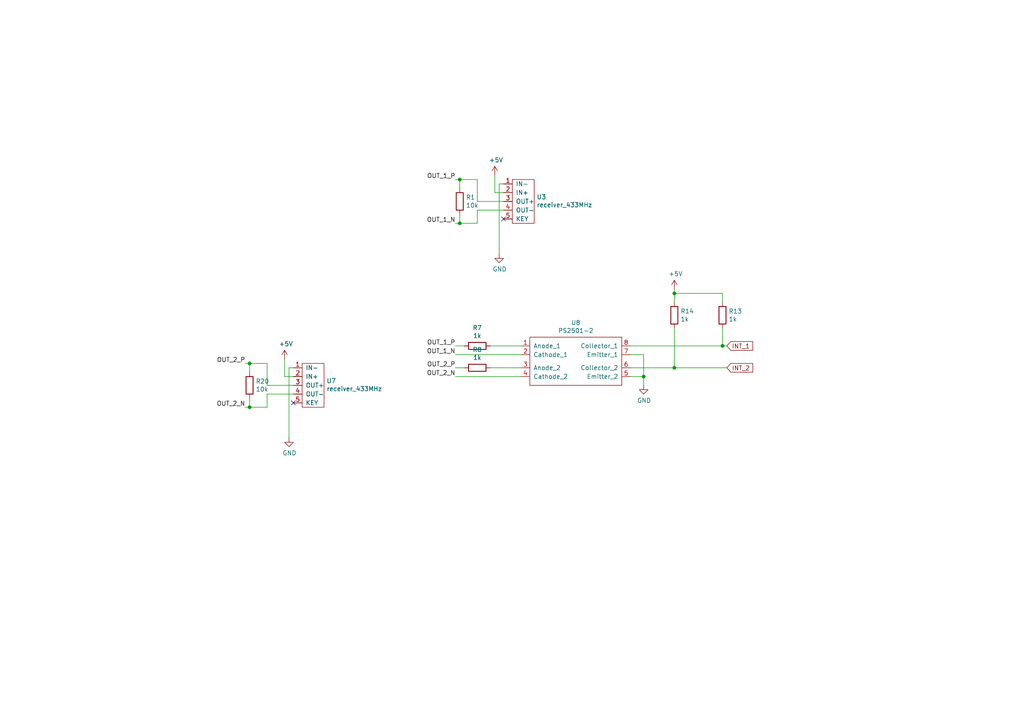
<source format=kicad_sch>
(kicad_sch (version 20211123) (generator eeschema)
  (paper "A4")
  (lib_symbols
    (symbol "Device:R" (pin_numbers hide) (pin_names (offset 0))
      (property "Reference" "R" (at 2.032 0 90))
      (property "Value" "R" (at 0 0 90))
      (symbol "R_0_1"
        (rectangle (start -1.016 -2.54) (end 1.016 2.54) (stroke (width 0.254)))
      )
      (symbol "R_1_1"
        (pin passive line (at 0 3.81 270) (length 1.27) (name "~") (number "1"))
        (pin passive line (at 0 -3.81 90) (length 1.27) (name "~") (number "2"))
      )
    )
    (symbol "power:+5V" (power) (pin_names (offset 0))
      (property "Value" "+5V" (at 0 3.556 0))
      (symbol "+5V_0_1"
        (polyline (pts (xy -0.762 1.27) (xy 0 2.54)))
        (polyline (pts (xy 0 0) (xy 0 2.54)))
        (polyline (pts (xy 0 2.54) (xy 0.762 1.27)))
      )
      (symbol "+5V_1_1"
        (pin power_in line (at 0 0 90) (length 0) hide (name "+5V") (number "1"))
      )
    )
    (symbol "power:GND" (power) (pin_names (offset 0))
      (property "Value" "GND" (at 0 -3.81 0))
      (symbol "GND_0_1"
        (polyline (pts (xy 0 0) (xy 0 -1.27) (xy 1.27 -1.27) (xy 0 -2.54) (xy -1.27 -1.27) (xy 0 -1.27)))
      )
      (symbol "GND_1_1"
        (pin power_in line (at 0 0 270) (length 0) hide (name "GND") (number "1"))
      )
    )
    (symbol "srw_custom:PS2501-2" (pin_names (offset 1.016))
      (property "Reference" "U" (at 1.27 1.27 0))
      (property "Value" "srw_custom_PS2501-2" (at 5.08 -15.24 0))
      (symbol "PS2501-2_0_1"
        (rectangle (start 0 0) (end 26.67 -13.97))
      )
      (symbol "PS2501-2_1_1"
        (pin input line (at -2.54 -2.54 0) (length 2.54) (name "Anode_1") (number "1"))
        (pin input line (at -2.54 -5.08 0) (length 2.54) (name "Cathode_1") (number "2"))
        (pin input line (at -2.54 -8.89 0) (length 2.54) (name "Anode_2") (number "3"))
        (pin input line (at -2.54 -11.43 0) (length 2.54) (name "Cathode_2") (number "4"))
        (pin input line (at 29.21 -11.43 180) (length 2.54) (name "Emitter_2") (number "5"))
        (pin input line (at 29.21 -8.89 180) (length 2.54) (name "Collector_2") (number "6"))
        (pin input line (at 29.21 -5.08 180) (length 2.54) (name "Emitter_1") (number "7"))
        (pin input line (at 29.21 -2.54 180) (length 2.54) (name "Collector_1") (number "8"))
      )
    )
    (symbol "srw_custom:receiver_433MHz" (pin_names (offset 1.016))
      (property "Reference" "U" (at 0 0 0))
      (property "Value" "srw_custom_receiver_433MHz" (at 2.54 -20.32 0))
      (symbol "receiver_433MHz_0_1"
        (rectangle (start 2.54 -2.54) (end 8.89 -15.24))
      )
      (symbol "receiver_433MHz_1_1"
        (pin input line (at 0 -3.81 0) (length 2.54) (name "IN-") (number "1"))
        (pin input line (at 0 -6.35 0) (length 2.54) (name "IN+") (number "2"))
        (pin input line (at 0 -8.89 0) (length 2.54) (name "OUT+") (number "3"))
        (pin input line (at 0 -11.43 0) (length 2.54) (name "OUT-") (number "4"))
        (pin input line (at 0 -13.97 0) (length 2.54) (name "KEY") (number "5"))
      )
    )
  )
  (junction (at 133.35 52.07))
  (junction (at 195.58 85.09))
  (junction (at 195.58 106.68))
  (junction (at 72.39 105.41))
  (junction (at 209.55 100.33))
  (junction (at 133.35 64.77))
  (junction (at 186.69 109.22))
  (junction (at 72.39 118.11))
  (no_connect (at 146.05 63.5))
  (no_connect (at 85.09 116.84))
  (wire (pts (xy 72.39 105.41) (xy 77.47 105.41)))
  (wire (pts (xy 72.39 107.95) (xy 72.39 105.41)))
  (wire (pts (xy 134.62 106.68) (xy 132.08 106.68)))
  (wire (pts (xy 133.35 52.07) (xy 138.43 52.07)))
  (wire (pts (xy 77.47 111.76) (xy 85.09 111.76)))
  (wire (pts (xy 144.78 53.34) (xy 146.05 53.34)))
  (wire (pts (xy 83.82 106.68) (xy 85.09 106.68)))
  (wire (pts (xy 72.39 105.41) (xy 71.12 105.41)))
  (wire (pts (xy 182.88 106.68) (xy 195.58 106.68)))
  (wire (pts (xy 144.78 53.34) (xy 144.78 73.66)))
  (wire (pts (xy 209.55 85.09) (xy 209.55 87.63)))
  (wire (pts (xy 133.35 64.77) (xy 133.35 62.23)))
  (wire (pts (xy 133.35 64.77) (xy 132.08 64.77)))
  (wire (pts (xy 182.88 102.87) (xy 186.69 102.87)))
  (wire (pts (xy 133.35 54.61) (xy 133.35 52.07)))
  (wire (pts (xy 195.58 106.68) (xy 210.82 106.68)))
  (wire (pts (xy 186.69 102.87) (xy 186.69 109.22)))
  (wire (pts (xy 182.88 100.33) (xy 209.55 100.33)))
  (wire (pts (xy 209.55 100.33) (xy 210.82 100.33)))
  (wire (pts (xy 138.43 64.77) (xy 133.35 64.77)))
  (wire (pts (xy 77.47 118.11) (xy 72.39 118.11)))
  (wire (pts (xy 72.39 118.11) (xy 72.39 115.57)))
  (wire (pts (xy 85.09 109.22) (xy 82.55 109.22)))
  (wire (pts (xy 142.24 100.33) (xy 151.13 100.33)))
  (wire (pts (xy 138.43 60.96) (xy 138.43 64.77)))
  (wire (pts (xy 77.47 105.41) (xy 77.47 111.76)))
  (wire (pts (xy 195.58 85.09) (xy 195.58 87.63)))
  (wire (pts (xy 182.88 109.22) (xy 186.69 109.22)))
  (wire (pts (xy 195.58 106.68) (xy 195.58 95.25)))
  (wire (pts (xy 134.62 100.33) (xy 132.08 100.33)))
  (wire (pts (xy 143.51 55.88) (xy 143.51 50.8)))
  (wire (pts (xy 195.58 85.09) (xy 209.55 85.09)))
  (wire (pts (xy 77.47 114.3) (xy 85.09 114.3)))
  (wire (pts (xy 132.08 109.22) (xy 151.13 109.22)))
  (wire (pts (xy 138.43 58.42) (xy 146.05 58.42)))
  (wire (pts (xy 83.82 106.68) (xy 83.82 127)))
  (wire (pts (xy 138.43 52.07) (xy 138.43 58.42)))
  (wire (pts (xy 82.55 109.22) (xy 82.55 104.14)))
  (wire (pts (xy 142.24 106.68) (xy 151.13 106.68)))
  (wire (pts (xy 186.69 109.22) (xy 186.69 111.76)))
  (wire (pts (xy 195.58 83.82) (xy 195.58 85.09)))
  (wire (pts (xy 77.47 114.3) (xy 77.47 118.11)))
  (wire (pts (xy 72.39 118.11) (xy 71.12 118.11)))
  (wire (pts (xy 132.08 102.87) (xy 151.13 102.87)))
  (wire (pts (xy 138.43 60.96) (xy 146.05 60.96)))
  (wire (pts (xy 209.55 100.33) (xy 209.55 95.25)))
  (wire (pts (xy 133.35 52.07) (xy 132.08 52.07)))
  (wire (pts (xy 146.05 55.88) (xy 143.51 55.88)))
  (label "OUT_2_N" (at 132.08 109.22 180))
  (label "OUT_1_P" (at 132.08 100.33 180))
  (label "OUT_1_P" (at 132.08 52.07 180))
  (label "OUT_1_N" (at 132.08 64.77 180))
  (label "OUT_2_P" (at 132.08 106.68 180))
  (label "OUT_2_N" (at 71.12 118.11 180))
  (label "OUT_2_P" (at 71.12 105.41 180))
  (label "OUT_1_N" (at 132.08 102.87 180))
  (global_label "INT_1" (shape input) (at 210.82 100.33 0) (property "Intersheet References" "${INTERSHEET_REFS}" (effects hide)))
  (global_label "INT_2" (shape input) (at 210.82 106.68 0) (property "Intersheet References" "${INTERSHEET_REFS}" (effects hide)))
  (symbol (lib_id "power:GND") (at 83.82 127 0) (unit 1)
    (property "Reference" "#PWR08" (effects hide))
    (property "Value" "GND" (at 83.947 131.3942 0))
  )
  (symbol (lib_id "Device:R") (at 138.43 106.68 90) (unit 1)
    (property "Reference" "R8" (at 138.43 101.4222 90))
    (property "Value" "1k" (at 138.43 103.7336 90))
    (property "Footprint" "Resistor_SMD:R_0402_1005Metric" (effects hide))
  )
  (symbol (lib_id "Device:R") (at 195.58 91.44 0) (unit 1)
    (property "Reference" "R14" (at 197.358 90.2716 0) (effects (justify left)))
    (property "Value" "1k" (at 197.358 92.583 0) (effects (justify left)))
    (property "Footprint" "Resistor_SMD:R_0402_1005Metric" (effects hide))
  )
  (symbol (lib_id "Device:R") (at 72.39 111.76 0) (unit 1)
    (property "Reference" "R20" (at 74.168 110.5916 0) (effects (justify left)))
    (property "Value" "10k" (at 74.168 112.903 0) (effects (justify left)))
    (property "Footprint" "Resistor_SMD:R_0402_1005Metric" (effects hide))
  )
  (symbol (lib_id "srw_custom:PS2501-2") (at 153.67 97.79 0) (unit 1)
    (property "Reference" "U8" (at 167.005 93.599 0))
    (property "Value" "PS2501-2" (at 167.005 95.9104 0))
    (property "Footprint" "srw_custom:PS2501-2SM" (effects hide))
  )
  (symbol (lib_id "srw_custom:receiver_433MHz") (at 85.09 102.87 0) (unit 1)
    (property "Reference" "U7" (at 94.6912 110.4646 0) (effects (justify left)))
    (property "Value" "receiver_433MHz" (at 94.6912 112.776 0) (effects (justify left)))
    (property "Footprint" "srw_custom:433MHz_receiver" (effects hide))
  )
  (symbol (lib_id "power:GND") (at 186.69 111.76 0) (unit 1)
    (property "Reference" "#PWR0162" (effects hide))
    (property "Value" "GND" (at 186.817 116.1542 0))
  )
  (symbol (lib_id "power:+5V") (at 82.55 104.14 0) (unit 1)
    (property "Reference" "#PWR0105" (effects hide))
    (property "Value" "+5V" (at 82.931 99.7458 0))
  )
  (symbol (lib_id "srw_custom:receiver_433MHz") (at 146.05 49.53 0) (unit 1)
    (property "Reference" "U3" (at 155.6512 57.1246 0) (effects (justify left)))
    (property "Value" "receiver_433MHz" (at 155.6512 59.436 0) (effects (justify left)))
    (property "Footprint" "srw_custom:433MHz_receiver" (effects hide))
  )
  (symbol (lib_id "Device:R") (at 209.55 91.44 0) (unit 1)
    (property "Reference" "R13" (at 211.328 90.2716 0) (effects (justify left)))
    (property "Value" "1k" (at 211.328 92.583 0) (effects (justify left)))
    (property "Footprint" "Resistor_SMD:R_0402_1005Metric" (effects hide))
  )
  (symbol (lib_id "power:+5V") (at 143.51 50.8 0) (unit 1)
    (property "Reference" "#PWR0102" (effects hide))
    (property "Value" "+5V" (at 143.891 46.4058 0))
  )
  (symbol (lib_id "power:+5V") (at 195.58 83.82 0) (unit 1)
    (property "Reference" "#PWR0134" (effects hide))
    (property "Value" "+5V" (at 195.961 79.4258 0))
  )
  (symbol (lib_id "power:GND") (at 144.78 73.66 0) (unit 1)
    (property "Reference" "#PWR0120" (effects hide))
    (property "Value" "GND" (at 144.907 78.0542 0))
  )
  (symbol (lib_id "Device:R") (at 133.35 58.42 0) (unit 1)
    (property "Reference" "R1" (at 135.128 57.2516 0) (effects (justify left)))
    (property "Value" "10k" (at 135.128 59.563 0) (effects (justify left)))
    (property "Footprint" "Resistor_SMD:R_0402_1005Metric" (effects hide))
  )
  (symbol (lib_id "Device:R") (at 138.43 100.33 90) (unit 1)
    (property "Reference" "R7" (at 138.43 95.0722 90))
    (property "Value" "1k" (at 138.43 97.3836 90))
    (property "Footprint" "Resistor_SMD:R_0402_1005Metric" (effects hide))
  )
)
</source>
